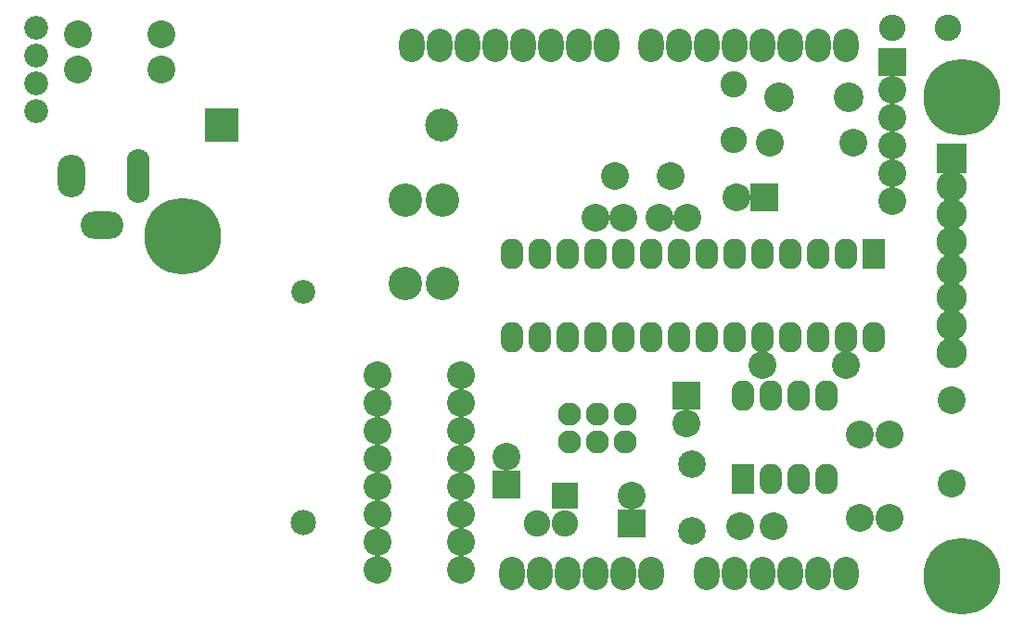
<source format=gbs>
G04 #@! TF.FileFunction,Soldermask,Bot*
%FSLAX46Y46*%
G04 Gerber Fmt 4.6, Leading zero omitted, Abs format (unit mm)*
G04 Created by KiCad (PCBNEW 4.0.5) date 12/30/18 13:58:42*
%MOMM*%
%LPD*%
G01*
G04 APERTURE LIST*
%ADD10C,0.150000*%
%ADD11C,2.184400*%
%ADD12C,2.308860*%
%ADD13C,2.540000*%
%ADD14C,2.108200*%
%ADD15O,2.108200X4.907280*%
%ADD16O,2.506980X3.909060*%
%ADD17O,3.909060X2.506980*%
%ADD18C,7.007860*%
%ADD19R,2.506980X2.506980*%
%ADD20C,2.707640*%
%ADD21C,2.506980*%
%ADD22C,3.048000*%
%ADD23R,3.007360X3.007360*%
%ADD24C,3.007360*%
%ADD25R,2.082800X2.794000*%
%ADD26O,2.082800X2.794000*%
%ADD27C,2.413000*%
%ADD28R,2.413000X2.413000*%
%ADD29R,2.794000X2.794000*%
%ADD30C,2.794000*%
%ADD31R,2.540000X2.540000*%
%ADD32O,2.308860X3.048000*%
G04 APERTURE END LIST*
D10*
D11*
X29464000Y32385000D03*
D12*
X29464000Y11303000D03*
D13*
X58674000Y39116000D03*
X56134000Y39116000D03*
D14*
X58801000Y18669000D03*
X58801000Y21209000D03*
X56261000Y18669000D03*
X56261000Y21209000D03*
X53721000Y18669000D03*
X53721000Y21209000D03*
D11*
X5080000Y56515000D03*
X5080000Y53975000D03*
X5080000Y48895000D03*
X5080000Y51435000D03*
D15*
X14351000Y42926000D03*
D16*
X8255000Y42926000D03*
D17*
X11049000Y38481000D03*
D18*
X89535000Y6350000D03*
D19*
X83185000Y53340000D03*
D13*
X83185000Y50800000D03*
X83185000Y48260000D03*
X83185000Y45720000D03*
X83185000Y43180000D03*
X83185000Y40640000D03*
D20*
X72898000Y50165000D03*
X79248000Y50165000D03*
D21*
X64897000Y10541000D03*
X64897000Y16637000D03*
D22*
X42164000Y33147000D03*
X42164000Y40767000D03*
D13*
X72390000Y10922000D03*
X69342000Y10922000D03*
D23*
X21971000Y47625000D03*
D24*
X42037000Y47625000D03*
D25*
X69596000Y15240000D03*
D26*
X72136000Y15240000D03*
X74676000Y15240000D03*
X77216000Y15240000D03*
X77216000Y22860000D03*
X74676000Y22860000D03*
X72136000Y22860000D03*
X69596000Y22860000D03*
D13*
X62992000Y42926000D03*
X57912000Y42926000D03*
D27*
X53340000Y11176000D03*
D28*
X53340000Y13716000D03*
D27*
X50800000Y11176000D03*
D29*
X88646000Y44577000D03*
D30*
X88646000Y42037000D03*
X88646000Y39497000D03*
X88646000Y36957000D03*
X88646000Y34417000D03*
X88646000Y31877000D03*
X88646000Y29337000D03*
X88646000Y26797000D03*
D13*
X43815000Y12065000D03*
X36195000Y12065000D03*
X82931000Y11684000D03*
X82931000Y19304000D03*
X80264000Y11684000D03*
X80264000Y19304000D03*
X72009000Y45974000D03*
X79629000Y45974000D03*
X16510000Y52705000D03*
X8890000Y52705000D03*
X36195000Y6985000D03*
X43815000Y6985000D03*
X78994000Y25654000D03*
X71374000Y25654000D03*
X43815000Y9525000D03*
X36195000Y9525000D03*
X43815000Y19685000D03*
X36195000Y19685000D03*
X36195000Y17145000D03*
X43815000Y17145000D03*
X36195000Y22225000D03*
X43815000Y22225000D03*
X88646000Y14859000D03*
X88646000Y22479000D03*
X16510000Y55880000D03*
X8890000Y55880000D03*
X36195000Y14605000D03*
X43815000Y14605000D03*
D31*
X71501000Y41021000D03*
D13*
X68961000Y41021000D03*
D31*
X64389000Y22860000D03*
D13*
X64389000Y20320000D03*
D31*
X48006000Y14732000D03*
D13*
X48006000Y17272000D03*
D31*
X59436000Y11176000D03*
D13*
X59436000Y13716000D03*
D27*
X68707000Y46228000D03*
X68707000Y51308000D03*
X83185000Y56515000D03*
X88265000Y56515000D03*
D26*
X78994000Y35814000D03*
X76454000Y35814000D03*
X73914000Y35814000D03*
X71374000Y35814000D03*
X68834000Y35814000D03*
X66294000Y35814000D03*
X63754000Y35814000D03*
X61214000Y35814000D03*
X58674000Y35814000D03*
X56134000Y35814000D03*
X53594000Y35814000D03*
X51054000Y35814000D03*
X48514000Y35814000D03*
D25*
X81534000Y35814000D03*
D26*
X48514000Y28194000D03*
X51054000Y28194000D03*
X53594000Y28194000D03*
X56134000Y28194000D03*
X58674000Y28194000D03*
X61214000Y28194000D03*
X63754000Y28194000D03*
X66294000Y28194000D03*
X68834000Y28194000D03*
X71374000Y28194000D03*
X73914000Y28194000D03*
X76454000Y28194000D03*
X78994000Y28194000D03*
X81534000Y28194000D03*
D13*
X36195000Y24765000D03*
X43815000Y24765000D03*
D22*
X38735000Y40767000D03*
X38735000Y33147000D03*
D18*
X89535000Y50165000D03*
X18415000Y37465000D03*
D13*
X61976000Y39116000D03*
X64516000Y39116000D03*
D32*
X78994000Y6604000D03*
X76454000Y6604000D03*
X73914000Y6604000D03*
X66294000Y6604000D03*
X68834000Y6604000D03*
X71374000Y6604000D03*
X61214000Y6604000D03*
X58674000Y6604000D03*
X56134000Y6604000D03*
X51054000Y6604000D03*
X48514000Y6604000D03*
X78994000Y54864000D03*
X76454000Y54864000D03*
X73914000Y54864000D03*
X71374000Y54864000D03*
X68834000Y54864000D03*
X66294000Y54864000D03*
X63754000Y54864000D03*
X61214000Y54864000D03*
X57150000Y54864000D03*
X54610000Y54864000D03*
X52070000Y54864000D03*
X49530000Y54864000D03*
X46990000Y54864000D03*
X44450000Y54864000D03*
X41910000Y54864000D03*
X39370000Y54864000D03*
X53594000Y6604000D03*
M02*

</source>
